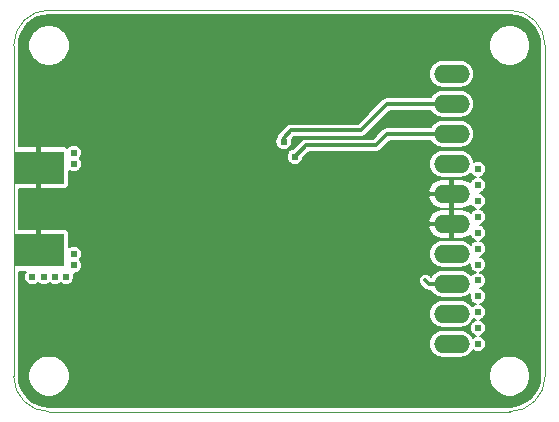
<source format=gbr>
%TF.GenerationSoftware,KiCad,Pcbnew,5.1.10*%
%TF.CreationDate,2021-09-13T14:54:52+02:00*%
%TF.ProjectId,AX5043,41583530-3433-42e6-9b69-6361645f7063,rev?*%
%TF.SameCoordinates,Original*%
%TF.FileFunction,Copper,L2,Bot*%
%TF.FilePolarity,Positive*%
%FSLAX46Y46*%
G04 Gerber Fmt 4.6, Leading zero omitted, Abs format (unit mm)*
G04 Created by KiCad (PCBNEW 5.1.10) date 2021-09-13 14:54:52*
%MOMM*%
%LPD*%
G01*
G04 APERTURE LIST*
%TA.AperFunction,Profile*%
%ADD10C,0.050000*%
%TD*%
%TA.AperFunction,EtchedComponent*%
%ADD11C,0.050000*%
%TD*%
%TA.AperFunction,ComponentPad*%
%ADD12O,3.048000X1.524000*%
%TD*%
%TA.AperFunction,SMDPad,CuDef*%
%ADD13R,4.191000X2.667000*%
%TD*%
%TA.AperFunction,ViaPad*%
%ADD14C,0.606400*%
%TD*%
%TA.AperFunction,Conductor*%
%ADD15C,0.355600*%
%TD*%
%TA.AperFunction,Conductor*%
%ADD16C,0.356000*%
%TD*%
%TA.AperFunction,Conductor*%
%ADD17C,0.177800*%
%TD*%
%TA.AperFunction,Conductor*%
%ADD18C,0.150000*%
%TD*%
G04 APERTURE END LIST*
D10*
X127000000Y-110426500D02*
X127000000Y-119000000D01*
X127000000Y-99250500D02*
X127000000Y-91000000D01*
X172000000Y-119000000D02*
X172000000Y-91000000D01*
X130000000Y-122000000D02*
X169000000Y-122000000D01*
X169000000Y-88000000D02*
X130000000Y-88000000D01*
X169000000Y-88000000D02*
G75*
G02*
X172000000Y-91000000I0J-3000000D01*
G01*
X172000000Y-119000000D02*
G75*
G02*
X169000000Y-122000000I-3000000J0D01*
G01*
X130000000Y-122000000D02*
G75*
G02*
X127000000Y-119000000I0J3000000D01*
G01*
X127000000Y-91000000D02*
G75*
G02*
X130000000Y-88000000I3000000J0D01*
G01*
D11*
X127000000Y-99250500D02*
X127000000Y-110426500D01*
D12*
X164084000Y-116268500D03*
X164084000Y-113728500D03*
X164084000Y-111188500D03*
X164084000Y-108648500D03*
X164084000Y-106108500D03*
X164084000Y-103568500D03*
X164084000Y-101028500D03*
X164084000Y-98488500D03*
X164084000Y-95948500D03*
X164084000Y-93408500D03*
D13*
X129115400Y-101343900D03*
X129115400Y-108333100D03*
D14*
X166307600Y-102821435D03*
X166307600Y-105510845D03*
X166307600Y-108200255D03*
X166307600Y-106855550D03*
X166307600Y-104166140D03*
X166307600Y-101476730D03*
X166307600Y-110889665D03*
X166307600Y-113579075D03*
X166307600Y-116268500D03*
X166307600Y-114923780D03*
X166307600Y-112234370D03*
X166307600Y-109544960D03*
X132081100Y-100096100D03*
X132081100Y-101048600D03*
X132081100Y-108668600D03*
X132081100Y-109621100D03*
X128588600Y-110573600D03*
X129541100Y-110573600D03*
X130493600Y-110573600D03*
X131446100Y-110573600D03*
X151766100Y-104223600D03*
X149861100Y-104223600D03*
X150813600Y-105176100D03*
X149861100Y-106128600D03*
X151766100Y-106128600D03*
X148273600Y-107716100D03*
X147638600Y-108351100D03*
X145098600Y-108986100D03*
X145098600Y-108033600D03*
X145098600Y-107081100D03*
X145098600Y-106128600D03*
X133351100Y-104858600D03*
X134303600Y-104858600D03*
X135256100Y-104858600D03*
X136208600Y-104858600D03*
X137161100Y-104858600D03*
X138113600Y-104858600D03*
X139066100Y-104858600D03*
X140018600Y-104858600D03*
X140971100Y-104858600D03*
X141923600Y-104858600D03*
X142876100Y-104858600D03*
X153353600Y-102636100D03*
X154306100Y-102636100D03*
X155258600Y-102636100D03*
X155893600Y-102001100D03*
X155893600Y-101048600D03*
X150813600Y-99143600D03*
X151448600Y-95968600D03*
X151448600Y-97238600D03*
X150813600Y-96603600D03*
X147638600Y-101366100D03*
X145098600Y-101048600D03*
X145098600Y-103588600D03*
X145098600Y-102318600D03*
X145098600Y-99778600D03*
X142875000Y-97472500D03*
X142876100Y-99060000D03*
X142876100Y-100520500D03*
X142558600Y-101683600D03*
X141606100Y-101683600D03*
X140653600Y-101683600D03*
X140336100Y-99461100D03*
X140336100Y-100413600D03*
X138431100Y-102001100D03*
X139701100Y-102001100D03*
X128588600Y-99143600D03*
X129541100Y-99143600D03*
X130493600Y-99143600D03*
X131446100Y-99143600D03*
X132081100Y-102001100D03*
X132081100Y-102953600D03*
X132081100Y-106763600D03*
X132081100Y-107716100D03*
X142241100Y-108033600D03*
X142241100Y-108986100D03*
X142241100Y-109938600D03*
X142241100Y-110891100D03*
X142241100Y-111843600D03*
X142241100Y-112796100D03*
X140336100Y-108033600D03*
X140336100Y-108986100D03*
X140336100Y-109938600D03*
X140336100Y-110891100D03*
X140336100Y-111843600D03*
X140336100Y-112796100D03*
X142241100Y-113748600D03*
X142241100Y-114701100D03*
X147956100Y-111843600D03*
X148908600Y-111843600D03*
X149861100Y-111843600D03*
X150813600Y-111843600D03*
X151766100Y-111843600D03*
X152718600Y-111843600D03*
X152718600Y-110891100D03*
X151448600Y-108351100D03*
X162180100Y-112478600D03*
X162180100Y-97238600D03*
X160656100Y-97238600D03*
X159703600Y-97238600D03*
X166307600Y-94753205D03*
X166307600Y-97442615D03*
X166307600Y-100132025D03*
X166307600Y-98787320D03*
X166307600Y-96097910D03*
X166307600Y-93408500D03*
X135573600Y-97556100D03*
X135573600Y-98508600D03*
X135573600Y-99461100D03*
X135573600Y-100413600D03*
X135573600Y-101366100D03*
X135573600Y-96603600D03*
X135573600Y-95651100D03*
X135573600Y-108033600D03*
X135573600Y-108986100D03*
X135573600Y-109938600D03*
X135573600Y-110891100D03*
X135573600Y-111843600D03*
X135573600Y-112796100D03*
X140336100Y-97238600D03*
X145098600Y-95968600D03*
X145098600Y-96921100D03*
X148908600Y-96603600D03*
X146686100Y-96603600D03*
X147956100Y-112796100D03*
X147956100Y-113748600D03*
X147956100Y-114701100D03*
X155893600Y-96921100D03*
X155893600Y-95968600D03*
X155893600Y-95016100D03*
X156845000Y-94678500D03*
X162180100Y-94698600D03*
X160656100Y-94698600D03*
X159703600Y-94698600D03*
X158751100Y-94698600D03*
X157798600Y-94698600D03*
X149861100Y-99143600D03*
X150813600Y-100413600D03*
D15*
X149861100Y-99143600D02*
X149861100Y-98826100D01*
X149861100Y-98826100D02*
X150496100Y-98191100D01*
X150496100Y-98191100D02*
X155618400Y-98191100D01*
D16*
X156380400Y-98191100D02*
X155618400Y-98191100D01*
X158623000Y-95948500D02*
X156380400Y-98191100D01*
X164084000Y-95948500D02*
X158623000Y-95948500D01*
D15*
X150813600Y-100413600D02*
X151766100Y-99461100D01*
X151766100Y-99461100D02*
X155722100Y-99461100D01*
D16*
X157650400Y-99461100D02*
X155722100Y-99461100D01*
X158623000Y-98488500D02*
X157650400Y-99461100D01*
X164084000Y-98488500D02*
X158623000Y-98488500D01*
D15*
X161862600Y-110891100D02*
X162180100Y-111208600D01*
X162180100Y-111208600D02*
X164085100Y-111208600D01*
D17*
X169500988Y-88469831D02*
X169982896Y-88615328D01*
X170427360Y-88851654D01*
X170817456Y-89169809D01*
X171138332Y-89557681D01*
X171377754Y-90000483D01*
X171526612Y-90481364D01*
X171581301Y-91001700D01*
X171581300Y-118979519D01*
X171530169Y-119500988D01*
X171384674Y-119982893D01*
X171148349Y-120427357D01*
X170830191Y-120817456D01*
X170442321Y-121138331D01*
X169999517Y-121377754D01*
X169518637Y-121526611D01*
X168998309Y-121581300D01*
X130020481Y-121581300D01*
X129499012Y-121530169D01*
X129017107Y-121384674D01*
X128572643Y-121148349D01*
X128182544Y-120830191D01*
X127861669Y-120442321D01*
X127622246Y-119999517D01*
X127473389Y-119518637D01*
X127418700Y-118998309D01*
X127418700Y-118828261D01*
X128256300Y-118828261D01*
X128256300Y-119171739D01*
X128323309Y-119508619D01*
X128454753Y-119825952D01*
X128645580Y-120111544D01*
X128888456Y-120354420D01*
X129174048Y-120545247D01*
X129491381Y-120676691D01*
X129828261Y-120743700D01*
X130171739Y-120743700D01*
X130508619Y-120676691D01*
X130825952Y-120545247D01*
X131111544Y-120354420D01*
X131354420Y-120111544D01*
X131545247Y-119825952D01*
X131676691Y-119508619D01*
X131743700Y-119171739D01*
X131743700Y-118828261D01*
X167256300Y-118828261D01*
X167256300Y-119171739D01*
X167323309Y-119508619D01*
X167454753Y-119825952D01*
X167645580Y-120111544D01*
X167888456Y-120354420D01*
X168174048Y-120545247D01*
X168491381Y-120676691D01*
X168828261Y-120743700D01*
X169171739Y-120743700D01*
X169508619Y-120676691D01*
X169825952Y-120545247D01*
X170111544Y-120354420D01*
X170354420Y-120111544D01*
X170545247Y-119825952D01*
X170676691Y-119508619D01*
X170743700Y-119171739D01*
X170743700Y-118828261D01*
X170676691Y-118491381D01*
X170545247Y-118174048D01*
X170354420Y-117888456D01*
X170111544Y-117645580D01*
X169825952Y-117454753D01*
X169508619Y-117323309D01*
X169171739Y-117256300D01*
X168828261Y-117256300D01*
X168491381Y-117323309D01*
X168174048Y-117454753D01*
X167888456Y-117645580D01*
X167645580Y-117888456D01*
X167454753Y-118174048D01*
X167323309Y-118491381D01*
X167256300Y-118828261D01*
X131743700Y-118828261D01*
X131676691Y-118491381D01*
X131545247Y-118174048D01*
X131354420Y-117888456D01*
X131111544Y-117645580D01*
X130825952Y-117454753D01*
X130508619Y-117323309D01*
X130171739Y-117256300D01*
X129828261Y-117256300D01*
X129491381Y-117323309D01*
X129174048Y-117454753D01*
X128888456Y-117645580D01*
X128645580Y-117888456D01*
X128454753Y-118174048D01*
X128323309Y-118491381D01*
X128256300Y-118828261D01*
X127418700Y-118828261D01*
X127418700Y-110162979D01*
X128025335Y-110162198D01*
X127971015Y-110243494D01*
X127918481Y-110370322D01*
X127891700Y-110504961D01*
X127891700Y-110642239D01*
X127918481Y-110776878D01*
X127971015Y-110903706D01*
X128047282Y-111017848D01*
X128144352Y-111114918D01*
X128258494Y-111191185D01*
X128385322Y-111243719D01*
X128519961Y-111270500D01*
X128657239Y-111270500D01*
X128791878Y-111243719D01*
X128918706Y-111191185D01*
X129032848Y-111114918D01*
X129064850Y-111082916D01*
X129096852Y-111114918D01*
X129210994Y-111191185D01*
X129337822Y-111243719D01*
X129472461Y-111270500D01*
X129609739Y-111270500D01*
X129744378Y-111243719D01*
X129871206Y-111191185D01*
X129985348Y-111114918D01*
X130017350Y-111082916D01*
X130049352Y-111114918D01*
X130163494Y-111191185D01*
X130290322Y-111243719D01*
X130424961Y-111270500D01*
X130562239Y-111270500D01*
X130696878Y-111243719D01*
X130823706Y-111191185D01*
X130937848Y-111114918D01*
X130969850Y-111082916D01*
X131001852Y-111114918D01*
X131115994Y-111191185D01*
X131242822Y-111243719D01*
X131377461Y-111270500D01*
X131514739Y-111270500D01*
X131649378Y-111243719D01*
X131776206Y-111191185D01*
X131890348Y-111114918D01*
X131987418Y-111017848D01*
X132063685Y-110903706D01*
X132068906Y-110891100D01*
X161288335Y-110891100D01*
X161299369Y-111003133D01*
X161332048Y-111110861D01*
X161385116Y-111210144D01*
X161438638Y-111275360D01*
X161756130Y-111592852D01*
X161774033Y-111614667D01*
X161861055Y-111686084D01*
X161960338Y-111739152D01*
X162068066Y-111771831D01*
X162180100Y-111782865D01*
X162208174Y-111780100D01*
X162327783Y-111780100D01*
X162356422Y-111833679D01*
X162500843Y-112009657D01*
X162676821Y-112154078D01*
X162877593Y-112261393D01*
X163095443Y-112327477D01*
X163265234Y-112344200D01*
X164902766Y-112344200D01*
X165072557Y-112327477D01*
X165290407Y-112261393D01*
X165491179Y-112154078D01*
X165636787Y-112034581D01*
X165610700Y-112165731D01*
X165610700Y-112303009D01*
X165637481Y-112437648D01*
X165690015Y-112564476D01*
X165766282Y-112678618D01*
X165863352Y-112775688D01*
X165977494Y-112851955D01*
X166104322Y-112904489D01*
X166115551Y-112906722D01*
X166104322Y-112908956D01*
X165977494Y-112961490D01*
X165863352Y-113037757D01*
X165813741Y-113087368D01*
X165811578Y-113083321D01*
X165667157Y-112907343D01*
X165491179Y-112762922D01*
X165290407Y-112655607D01*
X165072557Y-112589523D01*
X164902766Y-112572800D01*
X163265234Y-112572800D01*
X163095443Y-112589523D01*
X162877593Y-112655607D01*
X162676821Y-112762922D01*
X162500843Y-112907343D01*
X162356422Y-113083321D01*
X162249107Y-113284093D01*
X162183023Y-113501943D01*
X162160709Y-113728500D01*
X162183023Y-113955057D01*
X162249107Y-114172907D01*
X162356422Y-114373679D01*
X162500843Y-114549657D01*
X162676821Y-114694078D01*
X162877593Y-114801393D01*
X163095443Y-114867477D01*
X163265234Y-114884200D01*
X164902766Y-114884200D01*
X165072557Y-114867477D01*
X165290407Y-114801393D01*
X165491179Y-114694078D01*
X165667157Y-114549657D01*
X165811578Y-114373679D01*
X165918893Y-114172907D01*
X165922778Y-114160100D01*
X165977494Y-114196660D01*
X166104322Y-114249194D01*
X166115551Y-114251428D01*
X166104322Y-114253661D01*
X165977494Y-114306195D01*
X165863352Y-114382462D01*
X165766282Y-114479532D01*
X165690015Y-114593674D01*
X165637481Y-114720502D01*
X165610700Y-114855141D01*
X165610700Y-114992419D01*
X165637481Y-115127058D01*
X165690015Y-115253886D01*
X165766282Y-115368028D01*
X165863352Y-115465098D01*
X165977494Y-115541365D01*
X166104322Y-115593899D01*
X166115588Y-115596140D01*
X166104322Y-115598381D01*
X165977494Y-115650915D01*
X165866108Y-115725340D01*
X165811578Y-115623321D01*
X165667157Y-115447343D01*
X165491179Y-115302922D01*
X165290407Y-115195607D01*
X165072557Y-115129523D01*
X164902766Y-115112800D01*
X163265234Y-115112800D01*
X163095443Y-115129523D01*
X162877593Y-115195607D01*
X162676821Y-115302922D01*
X162500843Y-115447343D01*
X162356422Y-115623321D01*
X162249107Y-115824093D01*
X162183023Y-116041943D01*
X162160709Y-116268500D01*
X162183023Y-116495057D01*
X162249107Y-116712907D01*
X162356422Y-116913679D01*
X162500843Y-117089657D01*
X162676821Y-117234078D01*
X162877593Y-117341393D01*
X163095443Y-117407477D01*
X163265234Y-117424200D01*
X164902766Y-117424200D01*
X165072557Y-117407477D01*
X165290407Y-117341393D01*
X165491179Y-117234078D01*
X165667157Y-117089657D01*
X165811578Y-116913679D01*
X165866108Y-116811660D01*
X165977494Y-116886085D01*
X166104322Y-116938619D01*
X166238961Y-116965400D01*
X166376239Y-116965400D01*
X166510878Y-116938619D01*
X166637706Y-116886085D01*
X166751848Y-116809818D01*
X166848918Y-116712748D01*
X166925185Y-116598606D01*
X166977719Y-116471778D01*
X167004500Y-116337139D01*
X167004500Y-116199861D01*
X166977719Y-116065222D01*
X166925185Y-115938394D01*
X166848918Y-115824252D01*
X166751848Y-115727182D01*
X166637706Y-115650915D01*
X166510878Y-115598381D01*
X166499612Y-115596140D01*
X166510878Y-115593899D01*
X166637706Y-115541365D01*
X166751848Y-115465098D01*
X166848918Y-115368028D01*
X166925185Y-115253886D01*
X166977719Y-115127058D01*
X167004500Y-114992419D01*
X167004500Y-114855141D01*
X166977719Y-114720502D01*
X166925185Y-114593674D01*
X166848918Y-114479532D01*
X166751848Y-114382462D01*
X166637706Y-114306195D01*
X166510878Y-114253661D01*
X166499649Y-114251428D01*
X166510878Y-114249194D01*
X166637706Y-114196660D01*
X166751848Y-114120393D01*
X166848918Y-114023323D01*
X166925185Y-113909181D01*
X166977719Y-113782353D01*
X167004500Y-113647714D01*
X167004500Y-113510436D01*
X166977719Y-113375797D01*
X166925185Y-113248969D01*
X166848918Y-113134827D01*
X166751848Y-113037757D01*
X166637706Y-112961490D01*
X166510878Y-112908956D01*
X166499649Y-112906722D01*
X166510878Y-112904489D01*
X166637706Y-112851955D01*
X166751848Y-112775688D01*
X166848918Y-112678618D01*
X166925185Y-112564476D01*
X166977719Y-112437648D01*
X167004500Y-112303009D01*
X167004500Y-112165731D01*
X166977719Y-112031092D01*
X166925185Y-111904264D01*
X166848918Y-111790122D01*
X166751848Y-111693052D01*
X166637706Y-111616785D01*
X166510878Y-111564251D01*
X166499649Y-111562018D01*
X166510878Y-111559784D01*
X166637706Y-111507250D01*
X166751848Y-111430983D01*
X166848918Y-111333913D01*
X166925185Y-111219771D01*
X166977719Y-111092943D01*
X167004500Y-110958304D01*
X167004500Y-110821026D01*
X166977719Y-110686387D01*
X166925185Y-110559559D01*
X166848918Y-110445417D01*
X166751848Y-110348347D01*
X166637706Y-110272080D01*
X166510878Y-110219546D01*
X166499649Y-110217313D01*
X166510878Y-110215079D01*
X166637706Y-110162545D01*
X166751848Y-110086278D01*
X166848918Y-109989208D01*
X166925185Y-109875066D01*
X166977719Y-109748238D01*
X167004500Y-109613599D01*
X167004500Y-109476321D01*
X166977719Y-109341682D01*
X166925185Y-109214854D01*
X166848918Y-109100712D01*
X166751848Y-109003642D01*
X166637706Y-108927375D01*
X166510878Y-108874841D01*
X166499649Y-108872608D01*
X166510878Y-108870374D01*
X166637706Y-108817840D01*
X166751848Y-108741573D01*
X166848918Y-108644503D01*
X166925185Y-108530361D01*
X166977719Y-108403533D01*
X167004500Y-108268894D01*
X167004500Y-108131616D01*
X166977719Y-107996977D01*
X166925185Y-107870149D01*
X166848918Y-107756007D01*
X166751848Y-107658937D01*
X166637706Y-107582670D01*
X166510878Y-107530136D01*
X166499649Y-107527903D01*
X166510878Y-107525669D01*
X166637706Y-107473135D01*
X166751848Y-107396868D01*
X166848918Y-107299798D01*
X166925185Y-107185656D01*
X166977719Y-107058828D01*
X167004500Y-106924189D01*
X167004500Y-106786911D01*
X166977719Y-106652272D01*
X166925185Y-106525444D01*
X166848918Y-106411302D01*
X166751848Y-106314232D01*
X166637706Y-106237965D01*
X166510878Y-106185431D01*
X166499649Y-106183198D01*
X166510878Y-106180964D01*
X166637706Y-106128430D01*
X166751848Y-106052163D01*
X166848918Y-105955093D01*
X166925185Y-105840951D01*
X166977719Y-105714123D01*
X167004500Y-105579484D01*
X167004500Y-105442206D01*
X166977719Y-105307567D01*
X166925185Y-105180739D01*
X166848918Y-105066597D01*
X166751848Y-104969527D01*
X166637706Y-104893260D01*
X166510878Y-104840726D01*
X166499649Y-104838493D01*
X166510878Y-104836259D01*
X166637706Y-104783725D01*
X166751848Y-104707458D01*
X166848918Y-104610388D01*
X166925185Y-104496246D01*
X166977719Y-104369418D01*
X167004500Y-104234779D01*
X167004500Y-104097501D01*
X166977719Y-103962862D01*
X166925185Y-103836034D01*
X166848918Y-103721892D01*
X166751848Y-103624822D01*
X166637706Y-103548555D01*
X166510878Y-103496021D01*
X166499649Y-103493788D01*
X166510878Y-103491554D01*
X166637706Y-103439020D01*
X166751848Y-103362753D01*
X166848918Y-103265683D01*
X166925185Y-103151541D01*
X166977719Y-103024713D01*
X167004500Y-102890074D01*
X167004500Y-102752796D01*
X166977719Y-102618157D01*
X166925185Y-102491329D01*
X166848918Y-102377187D01*
X166751848Y-102280117D01*
X166637706Y-102203850D01*
X166510878Y-102151316D01*
X166499649Y-102149083D01*
X166510878Y-102146849D01*
X166637706Y-102094315D01*
X166751848Y-102018048D01*
X166848918Y-101920978D01*
X166925185Y-101806836D01*
X166977719Y-101680008D01*
X167004500Y-101545369D01*
X167004500Y-101408091D01*
X166977719Y-101273452D01*
X166925185Y-101146624D01*
X166848918Y-101032482D01*
X166751848Y-100935412D01*
X166637706Y-100859145D01*
X166510878Y-100806611D01*
X166376239Y-100779830D01*
X166238961Y-100779830D01*
X166104322Y-100806611D01*
X165990097Y-100853925D01*
X165984977Y-100801943D01*
X165918893Y-100584093D01*
X165811578Y-100383321D01*
X165667157Y-100207343D01*
X165491179Y-100062922D01*
X165290407Y-99955607D01*
X165072557Y-99889523D01*
X164902766Y-99872800D01*
X163265234Y-99872800D01*
X163095443Y-99889523D01*
X162877593Y-99955607D01*
X162676821Y-100062922D01*
X162500843Y-100207343D01*
X162356422Y-100383321D01*
X162249107Y-100584093D01*
X162183023Y-100801943D01*
X162160709Y-101028500D01*
X162183023Y-101255057D01*
X162249107Y-101472907D01*
X162356422Y-101673679D01*
X162500843Y-101849657D01*
X162676821Y-101994078D01*
X162877593Y-102101393D01*
X163095443Y-102167477D01*
X163265234Y-102184200D01*
X164902766Y-102184200D01*
X165072557Y-102167477D01*
X165290407Y-102101393D01*
X165491179Y-101994078D01*
X165667157Y-101849657D01*
X165695528Y-101815087D01*
X165766282Y-101920978D01*
X165863352Y-102018048D01*
X165977494Y-102094315D01*
X166104322Y-102146849D01*
X166115551Y-102149083D01*
X166104322Y-102151316D01*
X165977494Y-102203850D01*
X165863352Y-102280117D01*
X165766282Y-102377187D01*
X165690015Y-102491329D01*
X165647013Y-102595146D01*
X165638778Y-102587038D01*
X165432071Y-102451233D01*
X165202842Y-102358364D01*
X164959900Y-102312000D01*
X164197900Y-102312000D01*
X164197900Y-103454600D01*
X164217900Y-103454600D01*
X164217900Y-103682400D01*
X164197900Y-103682400D01*
X164197900Y-104825000D01*
X164959900Y-104825000D01*
X165202842Y-104778636D01*
X165432071Y-104685767D01*
X165638778Y-104549962D01*
X165691333Y-104498218D01*
X165766282Y-104610388D01*
X165863352Y-104707458D01*
X165977494Y-104783725D01*
X166104322Y-104836259D01*
X166115551Y-104838493D01*
X166104322Y-104840726D01*
X165977494Y-104893260D01*
X165863352Y-104969527D01*
X165766282Y-105066597D01*
X165691327Y-105178776D01*
X165638778Y-105127038D01*
X165432071Y-104991233D01*
X165202842Y-104898364D01*
X164959900Y-104852000D01*
X164197900Y-104852000D01*
X164197900Y-105994600D01*
X164217900Y-105994600D01*
X164217900Y-106222400D01*
X164197900Y-106222400D01*
X164197900Y-107365000D01*
X164959900Y-107365000D01*
X165202842Y-107318636D01*
X165432071Y-107225767D01*
X165638778Y-107089962D01*
X165647017Y-107081850D01*
X165690015Y-107185656D01*
X165766282Y-107299798D01*
X165863352Y-107396868D01*
X165977494Y-107473135D01*
X166104322Y-107525669D01*
X166115551Y-107527903D01*
X166104322Y-107530136D01*
X165977494Y-107582670D01*
X165863352Y-107658937D01*
X165766282Y-107756007D01*
X165695522Y-107861906D01*
X165667157Y-107827343D01*
X165491179Y-107682922D01*
X165290407Y-107575607D01*
X165072557Y-107509523D01*
X164902766Y-107492800D01*
X163265234Y-107492800D01*
X163095443Y-107509523D01*
X162877593Y-107575607D01*
X162676821Y-107682922D01*
X162500843Y-107827343D01*
X162356422Y-108003321D01*
X162249107Y-108204093D01*
X162183023Y-108421943D01*
X162160709Y-108648500D01*
X162183023Y-108875057D01*
X162249107Y-109092907D01*
X162356422Y-109293679D01*
X162500843Y-109469657D01*
X162676821Y-109614078D01*
X162877593Y-109721393D01*
X163095443Y-109787477D01*
X163265234Y-109804200D01*
X164902766Y-109804200D01*
X165072557Y-109787477D01*
X165290407Y-109721393D01*
X165491179Y-109614078D01*
X165610700Y-109515990D01*
X165610700Y-109613599D01*
X165637481Y-109748238D01*
X165690015Y-109875066D01*
X165766282Y-109989208D01*
X165863352Y-110086278D01*
X165977494Y-110162545D01*
X166104322Y-110215079D01*
X166115551Y-110217313D01*
X166104322Y-110219546D01*
X165977494Y-110272080D01*
X165863352Y-110348347D01*
X165766282Y-110445417D01*
X165750551Y-110468960D01*
X165667157Y-110367343D01*
X165491179Y-110222922D01*
X165290407Y-110115607D01*
X165072557Y-110049523D01*
X164902766Y-110032800D01*
X163265234Y-110032800D01*
X163095443Y-110049523D01*
X162877593Y-110115607D01*
X162676821Y-110222922D01*
X162500843Y-110367343D01*
X162356422Y-110543321D01*
X162344795Y-110565073D01*
X162246860Y-110467138D01*
X162181644Y-110413616D01*
X162082361Y-110360548D01*
X161974633Y-110327869D01*
X161862600Y-110316835D01*
X161750567Y-110327869D01*
X161642839Y-110360548D01*
X161543556Y-110413616D01*
X161456534Y-110485034D01*
X161385116Y-110572056D01*
X161332048Y-110671339D01*
X161299369Y-110779067D01*
X161288335Y-110891100D01*
X132068906Y-110891100D01*
X132116219Y-110776878D01*
X132143000Y-110642239D01*
X132143000Y-110504961D01*
X132116219Y-110370322D01*
X132094546Y-110318000D01*
X132149739Y-110318000D01*
X132284378Y-110291219D01*
X132411206Y-110238685D01*
X132525348Y-110162418D01*
X132622418Y-110065348D01*
X132698685Y-109951206D01*
X132751219Y-109824378D01*
X132778000Y-109689739D01*
X132778000Y-109552461D01*
X132751219Y-109417822D01*
X132698685Y-109290994D01*
X132622418Y-109176852D01*
X132590416Y-109144850D01*
X132622418Y-109112848D01*
X132698685Y-108998706D01*
X132751219Y-108871878D01*
X132778000Y-108737239D01*
X132778000Y-108599961D01*
X132751219Y-108465322D01*
X132698685Y-108338494D01*
X132622418Y-108224352D01*
X132525348Y-108127282D01*
X132411206Y-108051015D01*
X132284378Y-107998481D01*
X132149739Y-107971700D01*
X132012461Y-107971700D01*
X131877822Y-107998481D01*
X131750994Y-108051015D01*
X131705431Y-108081459D01*
X131707793Y-106999600D01*
X131698245Y-106902661D01*
X131669969Y-106809447D01*
X131624051Y-106723541D01*
X131562256Y-106648244D01*
X131486959Y-106586449D01*
X131401053Y-106540531D01*
X131307839Y-106512255D01*
X131210900Y-106502707D01*
X129352925Y-106505100D01*
X129229300Y-106628725D01*
X129229300Y-108219200D01*
X129249300Y-108219200D01*
X129249300Y-108447000D01*
X129229300Y-108447000D01*
X129229300Y-108467000D01*
X129001500Y-108467000D01*
X129001500Y-108447000D01*
X128981500Y-108447000D01*
X128981500Y-108219200D01*
X129001500Y-108219200D01*
X129001500Y-106628725D01*
X128877875Y-106505100D01*
X127418700Y-106503221D01*
X127418700Y-106416748D01*
X162103897Y-106416748D01*
X162117558Y-106484111D01*
X162213979Y-106711869D01*
X162352981Y-106916440D01*
X162529222Y-107089962D01*
X162735929Y-107225767D01*
X162965158Y-107318636D01*
X163208100Y-107365000D01*
X163970100Y-107365000D01*
X163970100Y-106222400D01*
X162194865Y-106222400D01*
X162103897Y-106416748D01*
X127418700Y-106416748D01*
X127418700Y-105800252D01*
X162103897Y-105800252D01*
X162194865Y-105994600D01*
X163970100Y-105994600D01*
X163970100Y-104852000D01*
X163208100Y-104852000D01*
X162965158Y-104898364D01*
X162735929Y-104991233D01*
X162529222Y-105127038D01*
X162352981Y-105300560D01*
X162213979Y-105505131D01*
X162117558Y-105732889D01*
X162103897Y-105800252D01*
X127418700Y-105800252D01*
X127418700Y-103876748D01*
X162103897Y-103876748D01*
X162117558Y-103944111D01*
X162213979Y-104171869D01*
X162352981Y-104376440D01*
X162529222Y-104549962D01*
X162735929Y-104685767D01*
X162965158Y-104778636D01*
X163208100Y-104825000D01*
X163970100Y-104825000D01*
X163970100Y-103682400D01*
X162194865Y-103682400D01*
X162103897Y-103876748D01*
X127418700Y-103876748D01*
X127418700Y-103260252D01*
X162103897Y-103260252D01*
X162194865Y-103454600D01*
X163970100Y-103454600D01*
X163970100Y-102312000D01*
X163208100Y-102312000D01*
X162965158Y-102358364D01*
X162735929Y-102451233D01*
X162529222Y-102587038D01*
X162352981Y-102760560D01*
X162213979Y-102965131D01*
X162117558Y-103192889D01*
X162103897Y-103260252D01*
X127418700Y-103260252D01*
X127418700Y-103173779D01*
X128877875Y-103171900D01*
X129001500Y-103048275D01*
X129001500Y-101457800D01*
X128981500Y-101457800D01*
X128981500Y-101230000D01*
X129001500Y-101230000D01*
X129001500Y-99639525D01*
X129229300Y-99639525D01*
X129229300Y-101230000D01*
X129249300Y-101230000D01*
X129249300Y-101457800D01*
X129229300Y-101457800D01*
X129229300Y-103048275D01*
X129352925Y-103171900D01*
X131210900Y-103174293D01*
X131307839Y-103164745D01*
X131401053Y-103136469D01*
X131486959Y-103090551D01*
X131562256Y-103028756D01*
X131624051Y-102953459D01*
X131669969Y-102867553D01*
X131698245Y-102774339D01*
X131707793Y-102677400D01*
X131705519Y-101635799D01*
X131750994Y-101666185D01*
X131877822Y-101718719D01*
X132012461Y-101745500D01*
X132149739Y-101745500D01*
X132284378Y-101718719D01*
X132411206Y-101666185D01*
X132525348Y-101589918D01*
X132622418Y-101492848D01*
X132698685Y-101378706D01*
X132751219Y-101251878D01*
X132778000Y-101117239D01*
X132778000Y-100979961D01*
X132751219Y-100845322D01*
X132698685Y-100718494D01*
X132622418Y-100604352D01*
X132590416Y-100572350D01*
X132622418Y-100540348D01*
X132698685Y-100426206D01*
X132732337Y-100344961D01*
X150116700Y-100344961D01*
X150116700Y-100482239D01*
X150143481Y-100616878D01*
X150196015Y-100743706D01*
X150272282Y-100857848D01*
X150369352Y-100954918D01*
X150483494Y-101031185D01*
X150610322Y-101083719D01*
X150744961Y-101110500D01*
X150882239Y-101110500D01*
X151016878Y-101083719D01*
X151143706Y-101031185D01*
X151257848Y-100954918D01*
X151354918Y-100857848D01*
X151431185Y-100743706D01*
X151483719Y-100616878D01*
X151499902Y-100535521D01*
X152002823Y-100032600D01*
X155691985Y-100032600D01*
X155694016Y-100032800D01*
X157622319Y-100032800D01*
X157650400Y-100035566D01*
X157678481Y-100032800D01*
X157678484Y-100032800D01*
X157762473Y-100024528D01*
X157870239Y-99991837D01*
X157969556Y-99938751D01*
X158056609Y-99867309D01*
X158074516Y-99845489D01*
X158859806Y-99060200D01*
X162317147Y-99060200D01*
X162356422Y-99133679D01*
X162500843Y-99309657D01*
X162676821Y-99454078D01*
X162877593Y-99561393D01*
X163095443Y-99627477D01*
X163265234Y-99644200D01*
X164902766Y-99644200D01*
X165072557Y-99627477D01*
X165290407Y-99561393D01*
X165491179Y-99454078D01*
X165667157Y-99309657D01*
X165811578Y-99133679D01*
X165918893Y-98932907D01*
X165984977Y-98715057D01*
X166007291Y-98488500D01*
X165984977Y-98261943D01*
X165918893Y-98044093D01*
X165811578Y-97843321D01*
X165667157Y-97667343D01*
X165491179Y-97522922D01*
X165290407Y-97415607D01*
X165072557Y-97349523D01*
X164902766Y-97332800D01*
X163265234Y-97332800D01*
X163095443Y-97349523D01*
X162877593Y-97415607D01*
X162676821Y-97522922D01*
X162500843Y-97667343D01*
X162356422Y-97843321D01*
X162317147Y-97916800D01*
X158651081Y-97916800D01*
X158622999Y-97914034D01*
X158594918Y-97916800D01*
X158594916Y-97916800D01*
X158510927Y-97925072D01*
X158403161Y-97957763D01*
X158303843Y-98010849D01*
X158248637Y-98056156D01*
X158216791Y-98082291D01*
X158198888Y-98104106D01*
X157413595Y-98889400D01*
X155694016Y-98889400D01*
X155691985Y-98889600D01*
X151794171Y-98889600D01*
X151766099Y-98886835D01*
X151738027Y-98889600D01*
X151738026Y-98889600D01*
X151654066Y-98897869D01*
X151546338Y-98930548D01*
X151447055Y-98983616D01*
X151360033Y-99055033D01*
X151342134Y-99076843D01*
X150691679Y-99727298D01*
X150610322Y-99743481D01*
X150483494Y-99796015D01*
X150369352Y-99872282D01*
X150272282Y-99969352D01*
X150196015Y-100083494D01*
X150143481Y-100210322D01*
X150116700Y-100344961D01*
X132732337Y-100344961D01*
X132751219Y-100299378D01*
X132778000Y-100164739D01*
X132778000Y-100027461D01*
X132751219Y-99892822D01*
X132698685Y-99765994D01*
X132622418Y-99651852D01*
X132525348Y-99554782D01*
X132411206Y-99478515D01*
X132284378Y-99425981D01*
X132149739Y-99399200D01*
X132012461Y-99399200D01*
X131877822Y-99425981D01*
X131750994Y-99478515D01*
X131636852Y-99554782D01*
X131545962Y-99645672D01*
X131486959Y-99597249D01*
X131401053Y-99551331D01*
X131307839Y-99523055D01*
X131210900Y-99513507D01*
X129352925Y-99515900D01*
X129229300Y-99639525D01*
X129001500Y-99639525D01*
X128877875Y-99515900D01*
X127418700Y-99514021D01*
X127418700Y-99074961D01*
X149164200Y-99074961D01*
X149164200Y-99212239D01*
X149190981Y-99346878D01*
X149243515Y-99473706D01*
X149319782Y-99587848D01*
X149416852Y-99684918D01*
X149530994Y-99761185D01*
X149657822Y-99813719D01*
X149792461Y-99840500D01*
X149929739Y-99840500D01*
X150064378Y-99813719D01*
X150191206Y-99761185D01*
X150305348Y-99684918D01*
X150402418Y-99587848D01*
X150478685Y-99473706D01*
X150531219Y-99346878D01*
X150558000Y-99212239D01*
X150558000Y-99074961D01*
X150535181Y-98960241D01*
X150732823Y-98762600D01*
X155588285Y-98762600D01*
X155590316Y-98762800D01*
X156352319Y-98762800D01*
X156380400Y-98765566D01*
X156408481Y-98762800D01*
X156408484Y-98762800D01*
X156492473Y-98754528D01*
X156600239Y-98721837D01*
X156699556Y-98668751D01*
X156786609Y-98597309D01*
X156804516Y-98575489D01*
X158859806Y-96520200D01*
X162317147Y-96520200D01*
X162356422Y-96593679D01*
X162500843Y-96769657D01*
X162676821Y-96914078D01*
X162877593Y-97021393D01*
X163095443Y-97087477D01*
X163265234Y-97104200D01*
X164902766Y-97104200D01*
X165072557Y-97087477D01*
X165290407Y-97021393D01*
X165491179Y-96914078D01*
X165667157Y-96769657D01*
X165811578Y-96593679D01*
X165918893Y-96392907D01*
X165984977Y-96175057D01*
X166007291Y-95948500D01*
X165984977Y-95721943D01*
X165918893Y-95504093D01*
X165811578Y-95303321D01*
X165667157Y-95127343D01*
X165491179Y-94982922D01*
X165290407Y-94875607D01*
X165072557Y-94809523D01*
X164902766Y-94792800D01*
X163265234Y-94792800D01*
X163095443Y-94809523D01*
X162877593Y-94875607D01*
X162676821Y-94982922D01*
X162500843Y-95127343D01*
X162356422Y-95303321D01*
X162317147Y-95376800D01*
X158651081Y-95376800D01*
X158622999Y-95374034D01*
X158594917Y-95376800D01*
X158594916Y-95376800D01*
X158510927Y-95385072D01*
X158403161Y-95417763D01*
X158303843Y-95470849D01*
X158248637Y-95516156D01*
X158216791Y-95542291D01*
X158198888Y-95564106D01*
X156143595Y-97619400D01*
X155590316Y-97619400D01*
X155588285Y-97619600D01*
X150524174Y-97619600D01*
X150496100Y-97616835D01*
X150468026Y-97619600D01*
X150384066Y-97627869D01*
X150276338Y-97660548D01*
X150177055Y-97713616D01*
X150090033Y-97785033D01*
X150072134Y-97806843D01*
X149476844Y-98402134D01*
X149455034Y-98420033D01*
X149383617Y-98507055D01*
X149330548Y-98606338D01*
X149297869Y-98714066D01*
X149297869Y-98714067D01*
X149295780Y-98735273D01*
X149243515Y-98813494D01*
X149190981Y-98940322D01*
X149164200Y-99074961D01*
X127418700Y-99074961D01*
X127418700Y-93408500D01*
X162160709Y-93408500D01*
X162183023Y-93635057D01*
X162249107Y-93852907D01*
X162356422Y-94053679D01*
X162500843Y-94229657D01*
X162676821Y-94374078D01*
X162877593Y-94481393D01*
X163095443Y-94547477D01*
X163265234Y-94564200D01*
X164902766Y-94564200D01*
X165072557Y-94547477D01*
X165290407Y-94481393D01*
X165491179Y-94374078D01*
X165667157Y-94229657D01*
X165811578Y-94053679D01*
X165918893Y-93852907D01*
X165984977Y-93635057D01*
X166007291Y-93408500D01*
X165984977Y-93181943D01*
X165918893Y-92964093D01*
X165811578Y-92763321D01*
X165667157Y-92587343D01*
X165491179Y-92442922D01*
X165290407Y-92335607D01*
X165072557Y-92269523D01*
X164902766Y-92252800D01*
X163265234Y-92252800D01*
X163095443Y-92269523D01*
X162877593Y-92335607D01*
X162676821Y-92442922D01*
X162500843Y-92587343D01*
X162356422Y-92763321D01*
X162249107Y-92964093D01*
X162183023Y-93181943D01*
X162160709Y-93408500D01*
X127418700Y-93408500D01*
X127418700Y-91020481D01*
X127437547Y-90828261D01*
X128256300Y-90828261D01*
X128256300Y-91171739D01*
X128323309Y-91508619D01*
X128454753Y-91825952D01*
X128645580Y-92111544D01*
X128888456Y-92354420D01*
X129174048Y-92545247D01*
X129491381Y-92676691D01*
X129828261Y-92743700D01*
X130171739Y-92743700D01*
X130508619Y-92676691D01*
X130825952Y-92545247D01*
X131111544Y-92354420D01*
X131354420Y-92111544D01*
X131545247Y-91825952D01*
X131676691Y-91508619D01*
X131743700Y-91171739D01*
X131743700Y-90828261D01*
X167256300Y-90828261D01*
X167256300Y-91171739D01*
X167323309Y-91508619D01*
X167454753Y-91825952D01*
X167645580Y-92111544D01*
X167888456Y-92354420D01*
X168174048Y-92545247D01*
X168491381Y-92676691D01*
X168828261Y-92743700D01*
X169171739Y-92743700D01*
X169508619Y-92676691D01*
X169825952Y-92545247D01*
X170111544Y-92354420D01*
X170354420Y-92111544D01*
X170545247Y-91825952D01*
X170676691Y-91508619D01*
X170743700Y-91171739D01*
X170743700Y-90828261D01*
X170676691Y-90491381D01*
X170545247Y-90174048D01*
X170354420Y-89888456D01*
X170111544Y-89645580D01*
X169825952Y-89454753D01*
X169508619Y-89323309D01*
X169171739Y-89256300D01*
X168828261Y-89256300D01*
X168491381Y-89323309D01*
X168174048Y-89454753D01*
X167888456Y-89645580D01*
X167645580Y-89888456D01*
X167454753Y-90174048D01*
X167323309Y-90491381D01*
X167256300Y-90828261D01*
X131743700Y-90828261D01*
X131676691Y-90491381D01*
X131545247Y-90174048D01*
X131354420Y-89888456D01*
X131111544Y-89645580D01*
X130825952Y-89454753D01*
X130508619Y-89323309D01*
X130171739Y-89256300D01*
X129828261Y-89256300D01*
X129491381Y-89323309D01*
X129174048Y-89454753D01*
X128888456Y-89645580D01*
X128645580Y-89888456D01*
X128454753Y-90174048D01*
X128323309Y-90491381D01*
X128256300Y-90828261D01*
X127437547Y-90828261D01*
X127469831Y-90499012D01*
X127615328Y-90017104D01*
X127851654Y-89572640D01*
X128169809Y-89182544D01*
X128557681Y-88861668D01*
X129000483Y-88622246D01*
X129481364Y-88473388D01*
X130001691Y-88418700D01*
X168979519Y-88418700D01*
X169500988Y-88469831D01*
%TA.AperFunction,Conductor*%
D18*
G36*
X169500988Y-88469831D02*
G01*
X169982896Y-88615328D01*
X170427360Y-88851654D01*
X170817456Y-89169809D01*
X171138332Y-89557681D01*
X171377754Y-90000483D01*
X171526612Y-90481364D01*
X171581301Y-91001700D01*
X171581300Y-118979519D01*
X171530169Y-119500988D01*
X171384674Y-119982893D01*
X171148349Y-120427357D01*
X170830191Y-120817456D01*
X170442321Y-121138331D01*
X169999517Y-121377754D01*
X169518637Y-121526611D01*
X168998309Y-121581300D01*
X130020481Y-121581300D01*
X129499012Y-121530169D01*
X129017107Y-121384674D01*
X128572643Y-121148349D01*
X128182544Y-120830191D01*
X127861669Y-120442321D01*
X127622246Y-119999517D01*
X127473389Y-119518637D01*
X127418700Y-118998309D01*
X127418700Y-118828261D01*
X128256300Y-118828261D01*
X128256300Y-119171739D01*
X128323309Y-119508619D01*
X128454753Y-119825952D01*
X128645580Y-120111544D01*
X128888456Y-120354420D01*
X129174048Y-120545247D01*
X129491381Y-120676691D01*
X129828261Y-120743700D01*
X130171739Y-120743700D01*
X130508619Y-120676691D01*
X130825952Y-120545247D01*
X131111544Y-120354420D01*
X131354420Y-120111544D01*
X131545247Y-119825952D01*
X131676691Y-119508619D01*
X131743700Y-119171739D01*
X131743700Y-118828261D01*
X167256300Y-118828261D01*
X167256300Y-119171739D01*
X167323309Y-119508619D01*
X167454753Y-119825952D01*
X167645580Y-120111544D01*
X167888456Y-120354420D01*
X168174048Y-120545247D01*
X168491381Y-120676691D01*
X168828261Y-120743700D01*
X169171739Y-120743700D01*
X169508619Y-120676691D01*
X169825952Y-120545247D01*
X170111544Y-120354420D01*
X170354420Y-120111544D01*
X170545247Y-119825952D01*
X170676691Y-119508619D01*
X170743700Y-119171739D01*
X170743700Y-118828261D01*
X170676691Y-118491381D01*
X170545247Y-118174048D01*
X170354420Y-117888456D01*
X170111544Y-117645580D01*
X169825952Y-117454753D01*
X169508619Y-117323309D01*
X169171739Y-117256300D01*
X168828261Y-117256300D01*
X168491381Y-117323309D01*
X168174048Y-117454753D01*
X167888456Y-117645580D01*
X167645580Y-117888456D01*
X167454753Y-118174048D01*
X167323309Y-118491381D01*
X167256300Y-118828261D01*
X131743700Y-118828261D01*
X131676691Y-118491381D01*
X131545247Y-118174048D01*
X131354420Y-117888456D01*
X131111544Y-117645580D01*
X130825952Y-117454753D01*
X130508619Y-117323309D01*
X130171739Y-117256300D01*
X129828261Y-117256300D01*
X129491381Y-117323309D01*
X129174048Y-117454753D01*
X128888456Y-117645580D01*
X128645580Y-117888456D01*
X128454753Y-118174048D01*
X128323309Y-118491381D01*
X128256300Y-118828261D01*
X127418700Y-118828261D01*
X127418700Y-110162979D01*
X128025335Y-110162198D01*
X127971015Y-110243494D01*
X127918481Y-110370322D01*
X127891700Y-110504961D01*
X127891700Y-110642239D01*
X127918481Y-110776878D01*
X127971015Y-110903706D01*
X128047282Y-111017848D01*
X128144352Y-111114918D01*
X128258494Y-111191185D01*
X128385322Y-111243719D01*
X128519961Y-111270500D01*
X128657239Y-111270500D01*
X128791878Y-111243719D01*
X128918706Y-111191185D01*
X129032848Y-111114918D01*
X129064850Y-111082916D01*
X129096852Y-111114918D01*
X129210994Y-111191185D01*
X129337822Y-111243719D01*
X129472461Y-111270500D01*
X129609739Y-111270500D01*
X129744378Y-111243719D01*
X129871206Y-111191185D01*
X129985348Y-111114918D01*
X130017350Y-111082916D01*
X130049352Y-111114918D01*
X130163494Y-111191185D01*
X130290322Y-111243719D01*
X130424961Y-111270500D01*
X130562239Y-111270500D01*
X130696878Y-111243719D01*
X130823706Y-111191185D01*
X130937848Y-111114918D01*
X130969850Y-111082916D01*
X131001852Y-111114918D01*
X131115994Y-111191185D01*
X131242822Y-111243719D01*
X131377461Y-111270500D01*
X131514739Y-111270500D01*
X131649378Y-111243719D01*
X131776206Y-111191185D01*
X131890348Y-111114918D01*
X131987418Y-111017848D01*
X132063685Y-110903706D01*
X132068906Y-110891100D01*
X161288335Y-110891100D01*
X161299369Y-111003133D01*
X161332048Y-111110861D01*
X161385116Y-111210144D01*
X161438638Y-111275360D01*
X161756130Y-111592852D01*
X161774033Y-111614667D01*
X161861055Y-111686084D01*
X161960338Y-111739152D01*
X162068066Y-111771831D01*
X162180100Y-111782865D01*
X162208174Y-111780100D01*
X162327783Y-111780100D01*
X162356422Y-111833679D01*
X162500843Y-112009657D01*
X162676821Y-112154078D01*
X162877593Y-112261393D01*
X163095443Y-112327477D01*
X163265234Y-112344200D01*
X164902766Y-112344200D01*
X165072557Y-112327477D01*
X165290407Y-112261393D01*
X165491179Y-112154078D01*
X165636787Y-112034581D01*
X165610700Y-112165731D01*
X165610700Y-112303009D01*
X165637481Y-112437648D01*
X165690015Y-112564476D01*
X165766282Y-112678618D01*
X165863352Y-112775688D01*
X165977494Y-112851955D01*
X166104322Y-112904489D01*
X166115551Y-112906722D01*
X166104322Y-112908956D01*
X165977494Y-112961490D01*
X165863352Y-113037757D01*
X165813741Y-113087368D01*
X165811578Y-113083321D01*
X165667157Y-112907343D01*
X165491179Y-112762922D01*
X165290407Y-112655607D01*
X165072557Y-112589523D01*
X164902766Y-112572800D01*
X163265234Y-112572800D01*
X163095443Y-112589523D01*
X162877593Y-112655607D01*
X162676821Y-112762922D01*
X162500843Y-112907343D01*
X162356422Y-113083321D01*
X162249107Y-113284093D01*
X162183023Y-113501943D01*
X162160709Y-113728500D01*
X162183023Y-113955057D01*
X162249107Y-114172907D01*
X162356422Y-114373679D01*
X162500843Y-114549657D01*
X162676821Y-114694078D01*
X162877593Y-114801393D01*
X163095443Y-114867477D01*
X163265234Y-114884200D01*
X164902766Y-114884200D01*
X165072557Y-114867477D01*
X165290407Y-114801393D01*
X165491179Y-114694078D01*
X165667157Y-114549657D01*
X165811578Y-114373679D01*
X165918893Y-114172907D01*
X165922778Y-114160100D01*
X165977494Y-114196660D01*
X166104322Y-114249194D01*
X166115551Y-114251428D01*
X166104322Y-114253661D01*
X165977494Y-114306195D01*
X165863352Y-114382462D01*
X165766282Y-114479532D01*
X165690015Y-114593674D01*
X165637481Y-114720502D01*
X165610700Y-114855141D01*
X165610700Y-114992419D01*
X165637481Y-115127058D01*
X165690015Y-115253886D01*
X165766282Y-115368028D01*
X165863352Y-115465098D01*
X165977494Y-115541365D01*
X166104322Y-115593899D01*
X166115588Y-115596140D01*
X166104322Y-115598381D01*
X165977494Y-115650915D01*
X165866108Y-115725340D01*
X165811578Y-115623321D01*
X165667157Y-115447343D01*
X165491179Y-115302922D01*
X165290407Y-115195607D01*
X165072557Y-115129523D01*
X164902766Y-115112800D01*
X163265234Y-115112800D01*
X163095443Y-115129523D01*
X162877593Y-115195607D01*
X162676821Y-115302922D01*
X162500843Y-115447343D01*
X162356422Y-115623321D01*
X162249107Y-115824093D01*
X162183023Y-116041943D01*
X162160709Y-116268500D01*
X162183023Y-116495057D01*
X162249107Y-116712907D01*
X162356422Y-116913679D01*
X162500843Y-117089657D01*
X162676821Y-117234078D01*
X162877593Y-117341393D01*
X163095443Y-117407477D01*
X163265234Y-117424200D01*
X164902766Y-117424200D01*
X165072557Y-117407477D01*
X165290407Y-117341393D01*
X165491179Y-117234078D01*
X165667157Y-117089657D01*
X165811578Y-116913679D01*
X165866108Y-116811660D01*
X165977494Y-116886085D01*
X166104322Y-116938619D01*
X166238961Y-116965400D01*
X166376239Y-116965400D01*
X166510878Y-116938619D01*
X166637706Y-116886085D01*
X166751848Y-116809818D01*
X166848918Y-116712748D01*
X166925185Y-116598606D01*
X166977719Y-116471778D01*
X167004500Y-116337139D01*
X167004500Y-116199861D01*
X166977719Y-116065222D01*
X166925185Y-115938394D01*
X166848918Y-115824252D01*
X166751848Y-115727182D01*
X166637706Y-115650915D01*
X166510878Y-115598381D01*
X166499612Y-115596140D01*
X166510878Y-115593899D01*
X166637706Y-115541365D01*
X166751848Y-115465098D01*
X166848918Y-115368028D01*
X166925185Y-115253886D01*
X166977719Y-115127058D01*
X167004500Y-114992419D01*
X167004500Y-114855141D01*
X166977719Y-114720502D01*
X166925185Y-114593674D01*
X166848918Y-114479532D01*
X166751848Y-114382462D01*
X166637706Y-114306195D01*
X166510878Y-114253661D01*
X166499649Y-114251428D01*
X166510878Y-114249194D01*
X166637706Y-114196660D01*
X166751848Y-114120393D01*
X166848918Y-114023323D01*
X166925185Y-113909181D01*
X166977719Y-113782353D01*
X167004500Y-113647714D01*
X167004500Y-113510436D01*
X166977719Y-113375797D01*
X166925185Y-113248969D01*
X166848918Y-113134827D01*
X166751848Y-113037757D01*
X166637706Y-112961490D01*
X166510878Y-112908956D01*
X166499649Y-112906722D01*
X166510878Y-112904489D01*
X166637706Y-112851955D01*
X166751848Y-112775688D01*
X166848918Y-112678618D01*
X166925185Y-112564476D01*
X166977719Y-112437648D01*
X167004500Y-112303009D01*
X167004500Y-112165731D01*
X166977719Y-112031092D01*
X166925185Y-111904264D01*
X166848918Y-111790122D01*
X166751848Y-111693052D01*
X166637706Y-111616785D01*
X166510878Y-111564251D01*
X166499649Y-111562018D01*
X166510878Y-111559784D01*
X166637706Y-111507250D01*
X166751848Y-111430983D01*
X166848918Y-111333913D01*
X166925185Y-111219771D01*
X166977719Y-111092943D01*
X167004500Y-110958304D01*
X167004500Y-110821026D01*
X166977719Y-110686387D01*
X166925185Y-110559559D01*
X166848918Y-110445417D01*
X166751848Y-110348347D01*
X166637706Y-110272080D01*
X166510878Y-110219546D01*
X166499649Y-110217313D01*
X166510878Y-110215079D01*
X166637706Y-110162545D01*
X166751848Y-110086278D01*
X166848918Y-109989208D01*
X166925185Y-109875066D01*
X166977719Y-109748238D01*
X167004500Y-109613599D01*
X167004500Y-109476321D01*
X166977719Y-109341682D01*
X166925185Y-109214854D01*
X166848918Y-109100712D01*
X166751848Y-109003642D01*
X166637706Y-108927375D01*
X166510878Y-108874841D01*
X166499649Y-108872608D01*
X166510878Y-108870374D01*
X166637706Y-108817840D01*
X166751848Y-108741573D01*
X166848918Y-108644503D01*
X166925185Y-108530361D01*
X166977719Y-108403533D01*
X167004500Y-108268894D01*
X167004500Y-108131616D01*
X166977719Y-107996977D01*
X166925185Y-107870149D01*
X166848918Y-107756007D01*
X166751848Y-107658937D01*
X166637706Y-107582670D01*
X166510878Y-107530136D01*
X166499649Y-107527903D01*
X166510878Y-107525669D01*
X166637706Y-107473135D01*
X166751848Y-107396868D01*
X166848918Y-107299798D01*
X166925185Y-107185656D01*
X166977719Y-107058828D01*
X167004500Y-106924189D01*
X167004500Y-106786911D01*
X166977719Y-106652272D01*
X166925185Y-106525444D01*
X166848918Y-106411302D01*
X166751848Y-106314232D01*
X166637706Y-106237965D01*
X166510878Y-106185431D01*
X166499649Y-106183198D01*
X166510878Y-106180964D01*
X166637706Y-106128430D01*
X166751848Y-106052163D01*
X166848918Y-105955093D01*
X166925185Y-105840951D01*
X166977719Y-105714123D01*
X167004500Y-105579484D01*
X167004500Y-105442206D01*
X166977719Y-105307567D01*
X166925185Y-105180739D01*
X166848918Y-105066597D01*
X166751848Y-104969527D01*
X166637706Y-104893260D01*
X166510878Y-104840726D01*
X166499649Y-104838493D01*
X166510878Y-104836259D01*
X166637706Y-104783725D01*
X166751848Y-104707458D01*
X166848918Y-104610388D01*
X166925185Y-104496246D01*
X166977719Y-104369418D01*
X167004500Y-104234779D01*
X167004500Y-104097501D01*
X166977719Y-103962862D01*
X166925185Y-103836034D01*
X166848918Y-103721892D01*
X166751848Y-103624822D01*
X166637706Y-103548555D01*
X166510878Y-103496021D01*
X166499649Y-103493788D01*
X166510878Y-103491554D01*
X166637706Y-103439020D01*
X166751848Y-103362753D01*
X166848918Y-103265683D01*
X166925185Y-103151541D01*
X166977719Y-103024713D01*
X167004500Y-102890074D01*
X167004500Y-102752796D01*
X166977719Y-102618157D01*
X166925185Y-102491329D01*
X166848918Y-102377187D01*
X166751848Y-102280117D01*
X166637706Y-102203850D01*
X166510878Y-102151316D01*
X166499649Y-102149083D01*
X166510878Y-102146849D01*
X166637706Y-102094315D01*
X166751848Y-102018048D01*
X166848918Y-101920978D01*
X166925185Y-101806836D01*
X166977719Y-101680008D01*
X167004500Y-101545369D01*
X167004500Y-101408091D01*
X166977719Y-101273452D01*
X166925185Y-101146624D01*
X166848918Y-101032482D01*
X166751848Y-100935412D01*
X166637706Y-100859145D01*
X166510878Y-100806611D01*
X166376239Y-100779830D01*
X166238961Y-100779830D01*
X166104322Y-100806611D01*
X165990097Y-100853925D01*
X165984977Y-100801943D01*
X165918893Y-100584093D01*
X165811578Y-100383321D01*
X165667157Y-100207343D01*
X165491179Y-100062922D01*
X165290407Y-99955607D01*
X165072557Y-99889523D01*
X164902766Y-99872800D01*
X163265234Y-99872800D01*
X163095443Y-99889523D01*
X162877593Y-99955607D01*
X162676821Y-100062922D01*
X162500843Y-100207343D01*
X162356422Y-100383321D01*
X162249107Y-100584093D01*
X162183023Y-100801943D01*
X162160709Y-101028500D01*
X162183023Y-101255057D01*
X162249107Y-101472907D01*
X162356422Y-101673679D01*
X162500843Y-101849657D01*
X162676821Y-101994078D01*
X162877593Y-102101393D01*
X163095443Y-102167477D01*
X163265234Y-102184200D01*
X164902766Y-102184200D01*
X165072557Y-102167477D01*
X165290407Y-102101393D01*
X165491179Y-101994078D01*
X165667157Y-101849657D01*
X165695528Y-101815087D01*
X165766282Y-101920978D01*
X165863352Y-102018048D01*
X165977494Y-102094315D01*
X166104322Y-102146849D01*
X166115551Y-102149083D01*
X166104322Y-102151316D01*
X165977494Y-102203850D01*
X165863352Y-102280117D01*
X165766282Y-102377187D01*
X165690015Y-102491329D01*
X165647013Y-102595146D01*
X165638778Y-102587038D01*
X165432071Y-102451233D01*
X165202842Y-102358364D01*
X164959900Y-102312000D01*
X164197900Y-102312000D01*
X164197900Y-103454600D01*
X164217900Y-103454600D01*
X164217900Y-103682400D01*
X164197900Y-103682400D01*
X164197900Y-104825000D01*
X164959900Y-104825000D01*
X165202842Y-104778636D01*
X165432071Y-104685767D01*
X165638778Y-104549962D01*
X165691333Y-104498218D01*
X165766282Y-104610388D01*
X165863352Y-104707458D01*
X165977494Y-104783725D01*
X166104322Y-104836259D01*
X166115551Y-104838493D01*
X166104322Y-104840726D01*
X165977494Y-104893260D01*
X165863352Y-104969527D01*
X165766282Y-105066597D01*
X165691327Y-105178776D01*
X165638778Y-105127038D01*
X165432071Y-104991233D01*
X165202842Y-104898364D01*
X164959900Y-104852000D01*
X164197900Y-104852000D01*
X164197900Y-105994600D01*
X164217900Y-105994600D01*
X164217900Y-106222400D01*
X164197900Y-106222400D01*
X164197900Y-107365000D01*
X164959900Y-107365000D01*
X165202842Y-107318636D01*
X165432071Y-107225767D01*
X165638778Y-107089962D01*
X165647017Y-107081850D01*
X165690015Y-107185656D01*
X165766282Y-107299798D01*
X165863352Y-107396868D01*
X165977494Y-107473135D01*
X166104322Y-107525669D01*
X166115551Y-107527903D01*
X166104322Y-107530136D01*
X165977494Y-107582670D01*
X165863352Y-107658937D01*
X165766282Y-107756007D01*
X165695522Y-107861906D01*
X165667157Y-107827343D01*
X165491179Y-107682922D01*
X165290407Y-107575607D01*
X165072557Y-107509523D01*
X164902766Y-107492800D01*
X163265234Y-107492800D01*
X163095443Y-107509523D01*
X162877593Y-107575607D01*
X162676821Y-107682922D01*
X162500843Y-107827343D01*
X162356422Y-108003321D01*
X162249107Y-108204093D01*
X162183023Y-108421943D01*
X162160709Y-108648500D01*
X162183023Y-108875057D01*
X162249107Y-109092907D01*
X162356422Y-109293679D01*
X162500843Y-109469657D01*
X162676821Y-109614078D01*
X162877593Y-109721393D01*
X163095443Y-109787477D01*
X163265234Y-109804200D01*
X164902766Y-109804200D01*
X165072557Y-109787477D01*
X165290407Y-109721393D01*
X165491179Y-109614078D01*
X165610700Y-109515990D01*
X165610700Y-109613599D01*
X165637481Y-109748238D01*
X165690015Y-109875066D01*
X165766282Y-109989208D01*
X165863352Y-110086278D01*
X165977494Y-110162545D01*
X166104322Y-110215079D01*
X166115551Y-110217313D01*
X166104322Y-110219546D01*
X165977494Y-110272080D01*
X165863352Y-110348347D01*
X165766282Y-110445417D01*
X165750551Y-110468960D01*
X165667157Y-110367343D01*
X165491179Y-110222922D01*
X165290407Y-110115607D01*
X165072557Y-110049523D01*
X164902766Y-110032800D01*
X163265234Y-110032800D01*
X163095443Y-110049523D01*
X162877593Y-110115607D01*
X162676821Y-110222922D01*
X162500843Y-110367343D01*
X162356422Y-110543321D01*
X162344795Y-110565073D01*
X162246860Y-110467138D01*
X162181644Y-110413616D01*
X162082361Y-110360548D01*
X161974633Y-110327869D01*
X161862600Y-110316835D01*
X161750567Y-110327869D01*
X161642839Y-110360548D01*
X161543556Y-110413616D01*
X161456534Y-110485034D01*
X161385116Y-110572056D01*
X161332048Y-110671339D01*
X161299369Y-110779067D01*
X161288335Y-110891100D01*
X132068906Y-110891100D01*
X132116219Y-110776878D01*
X132143000Y-110642239D01*
X132143000Y-110504961D01*
X132116219Y-110370322D01*
X132094546Y-110318000D01*
X132149739Y-110318000D01*
X132284378Y-110291219D01*
X132411206Y-110238685D01*
X132525348Y-110162418D01*
X132622418Y-110065348D01*
X132698685Y-109951206D01*
X132751219Y-109824378D01*
X132778000Y-109689739D01*
X132778000Y-109552461D01*
X132751219Y-109417822D01*
X132698685Y-109290994D01*
X132622418Y-109176852D01*
X132590416Y-109144850D01*
X132622418Y-109112848D01*
X132698685Y-108998706D01*
X132751219Y-108871878D01*
X132778000Y-108737239D01*
X132778000Y-108599961D01*
X132751219Y-108465322D01*
X132698685Y-108338494D01*
X132622418Y-108224352D01*
X132525348Y-108127282D01*
X132411206Y-108051015D01*
X132284378Y-107998481D01*
X132149739Y-107971700D01*
X132012461Y-107971700D01*
X131877822Y-107998481D01*
X131750994Y-108051015D01*
X131705431Y-108081459D01*
X131707793Y-106999600D01*
X131698245Y-106902661D01*
X131669969Y-106809447D01*
X131624051Y-106723541D01*
X131562256Y-106648244D01*
X131486959Y-106586449D01*
X131401053Y-106540531D01*
X131307839Y-106512255D01*
X131210900Y-106502707D01*
X129352925Y-106505100D01*
X129229300Y-106628725D01*
X129229300Y-108219200D01*
X129249300Y-108219200D01*
X129249300Y-108447000D01*
X129229300Y-108447000D01*
X129229300Y-108467000D01*
X129001500Y-108467000D01*
X129001500Y-108447000D01*
X128981500Y-108447000D01*
X128981500Y-108219200D01*
X129001500Y-108219200D01*
X129001500Y-106628725D01*
X128877875Y-106505100D01*
X127418700Y-106503221D01*
X127418700Y-106416748D01*
X162103897Y-106416748D01*
X162117558Y-106484111D01*
X162213979Y-106711869D01*
X162352981Y-106916440D01*
X162529222Y-107089962D01*
X162735929Y-107225767D01*
X162965158Y-107318636D01*
X163208100Y-107365000D01*
X163970100Y-107365000D01*
X163970100Y-106222400D01*
X162194865Y-106222400D01*
X162103897Y-106416748D01*
X127418700Y-106416748D01*
X127418700Y-105800252D01*
X162103897Y-105800252D01*
X162194865Y-105994600D01*
X163970100Y-105994600D01*
X163970100Y-104852000D01*
X163208100Y-104852000D01*
X162965158Y-104898364D01*
X162735929Y-104991233D01*
X162529222Y-105127038D01*
X162352981Y-105300560D01*
X162213979Y-105505131D01*
X162117558Y-105732889D01*
X162103897Y-105800252D01*
X127418700Y-105800252D01*
X127418700Y-103876748D01*
X162103897Y-103876748D01*
X162117558Y-103944111D01*
X162213979Y-104171869D01*
X162352981Y-104376440D01*
X162529222Y-104549962D01*
X162735929Y-104685767D01*
X162965158Y-104778636D01*
X163208100Y-104825000D01*
X163970100Y-104825000D01*
X163970100Y-103682400D01*
X162194865Y-103682400D01*
X162103897Y-103876748D01*
X127418700Y-103876748D01*
X127418700Y-103260252D01*
X162103897Y-103260252D01*
X162194865Y-103454600D01*
X163970100Y-103454600D01*
X163970100Y-102312000D01*
X163208100Y-102312000D01*
X162965158Y-102358364D01*
X162735929Y-102451233D01*
X162529222Y-102587038D01*
X162352981Y-102760560D01*
X162213979Y-102965131D01*
X162117558Y-103192889D01*
X162103897Y-103260252D01*
X127418700Y-103260252D01*
X127418700Y-103173779D01*
X128877875Y-103171900D01*
X129001500Y-103048275D01*
X129001500Y-101457800D01*
X128981500Y-101457800D01*
X128981500Y-101230000D01*
X129001500Y-101230000D01*
X129001500Y-99639525D01*
X129229300Y-99639525D01*
X129229300Y-101230000D01*
X129249300Y-101230000D01*
X129249300Y-101457800D01*
X129229300Y-101457800D01*
X129229300Y-103048275D01*
X129352925Y-103171900D01*
X131210900Y-103174293D01*
X131307839Y-103164745D01*
X131401053Y-103136469D01*
X131486959Y-103090551D01*
X131562256Y-103028756D01*
X131624051Y-102953459D01*
X131669969Y-102867553D01*
X131698245Y-102774339D01*
X131707793Y-102677400D01*
X131705519Y-101635799D01*
X131750994Y-101666185D01*
X131877822Y-101718719D01*
X132012461Y-101745500D01*
X132149739Y-101745500D01*
X132284378Y-101718719D01*
X132411206Y-101666185D01*
X132525348Y-101589918D01*
X132622418Y-101492848D01*
X132698685Y-101378706D01*
X132751219Y-101251878D01*
X132778000Y-101117239D01*
X132778000Y-100979961D01*
X132751219Y-100845322D01*
X132698685Y-100718494D01*
X132622418Y-100604352D01*
X132590416Y-100572350D01*
X132622418Y-100540348D01*
X132698685Y-100426206D01*
X132732337Y-100344961D01*
X150116700Y-100344961D01*
X150116700Y-100482239D01*
X150143481Y-100616878D01*
X150196015Y-100743706D01*
X150272282Y-100857848D01*
X150369352Y-100954918D01*
X150483494Y-101031185D01*
X150610322Y-101083719D01*
X150744961Y-101110500D01*
X150882239Y-101110500D01*
X151016878Y-101083719D01*
X151143706Y-101031185D01*
X151257848Y-100954918D01*
X151354918Y-100857848D01*
X151431185Y-100743706D01*
X151483719Y-100616878D01*
X151499902Y-100535521D01*
X152002823Y-100032600D01*
X155691985Y-100032600D01*
X155694016Y-100032800D01*
X157622319Y-100032800D01*
X157650400Y-100035566D01*
X157678481Y-100032800D01*
X157678484Y-100032800D01*
X157762473Y-100024528D01*
X157870239Y-99991837D01*
X157969556Y-99938751D01*
X158056609Y-99867309D01*
X158074516Y-99845489D01*
X158859806Y-99060200D01*
X162317147Y-99060200D01*
X162356422Y-99133679D01*
X162500843Y-99309657D01*
X162676821Y-99454078D01*
X162877593Y-99561393D01*
X163095443Y-99627477D01*
X163265234Y-99644200D01*
X164902766Y-99644200D01*
X165072557Y-99627477D01*
X165290407Y-99561393D01*
X165491179Y-99454078D01*
X165667157Y-99309657D01*
X165811578Y-99133679D01*
X165918893Y-98932907D01*
X165984977Y-98715057D01*
X166007291Y-98488500D01*
X165984977Y-98261943D01*
X165918893Y-98044093D01*
X165811578Y-97843321D01*
X165667157Y-97667343D01*
X165491179Y-97522922D01*
X165290407Y-97415607D01*
X165072557Y-97349523D01*
X164902766Y-97332800D01*
X163265234Y-97332800D01*
X163095443Y-97349523D01*
X162877593Y-97415607D01*
X162676821Y-97522922D01*
X162500843Y-97667343D01*
X162356422Y-97843321D01*
X162317147Y-97916800D01*
X158651081Y-97916800D01*
X158622999Y-97914034D01*
X158594918Y-97916800D01*
X158594916Y-97916800D01*
X158510927Y-97925072D01*
X158403161Y-97957763D01*
X158303843Y-98010849D01*
X158248637Y-98056156D01*
X158216791Y-98082291D01*
X158198888Y-98104106D01*
X157413595Y-98889400D01*
X155694016Y-98889400D01*
X155691985Y-98889600D01*
X151794171Y-98889600D01*
X151766099Y-98886835D01*
X151738027Y-98889600D01*
X151738026Y-98889600D01*
X151654066Y-98897869D01*
X151546338Y-98930548D01*
X151447055Y-98983616D01*
X151360033Y-99055033D01*
X151342134Y-99076843D01*
X150691679Y-99727298D01*
X150610322Y-99743481D01*
X150483494Y-99796015D01*
X150369352Y-99872282D01*
X150272282Y-99969352D01*
X150196015Y-100083494D01*
X150143481Y-100210322D01*
X150116700Y-100344961D01*
X132732337Y-100344961D01*
X132751219Y-100299378D01*
X132778000Y-100164739D01*
X132778000Y-100027461D01*
X132751219Y-99892822D01*
X132698685Y-99765994D01*
X132622418Y-99651852D01*
X132525348Y-99554782D01*
X132411206Y-99478515D01*
X132284378Y-99425981D01*
X132149739Y-99399200D01*
X132012461Y-99399200D01*
X131877822Y-99425981D01*
X131750994Y-99478515D01*
X131636852Y-99554782D01*
X131545962Y-99645672D01*
X131486959Y-99597249D01*
X131401053Y-99551331D01*
X131307839Y-99523055D01*
X131210900Y-99513507D01*
X129352925Y-99515900D01*
X129229300Y-99639525D01*
X129001500Y-99639525D01*
X128877875Y-99515900D01*
X127418700Y-99514021D01*
X127418700Y-99074961D01*
X149164200Y-99074961D01*
X149164200Y-99212239D01*
X149190981Y-99346878D01*
X149243515Y-99473706D01*
X149319782Y-99587848D01*
X149416852Y-99684918D01*
X149530994Y-99761185D01*
X149657822Y-99813719D01*
X149792461Y-99840500D01*
X149929739Y-99840500D01*
X150064378Y-99813719D01*
X150191206Y-99761185D01*
X150305348Y-99684918D01*
X150402418Y-99587848D01*
X150478685Y-99473706D01*
X150531219Y-99346878D01*
X150558000Y-99212239D01*
X150558000Y-99074961D01*
X150535181Y-98960241D01*
X150732823Y-98762600D01*
X155588285Y-98762600D01*
X155590316Y-98762800D01*
X156352319Y-98762800D01*
X156380400Y-98765566D01*
X156408481Y-98762800D01*
X156408484Y-98762800D01*
X156492473Y-98754528D01*
X156600239Y-98721837D01*
X156699556Y-98668751D01*
X156786609Y-98597309D01*
X156804516Y-98575489D01*
X158859806Y-96520200D01*
X162317147Y-96520200D01*
X162356422Y-96593679D01*
X162500843Y-96769657D01*
X162676821Y-96914078D01*
X162877593Y-97021393D01*
X163095443Y-97087477D01*
X163265234Y-97104200D01*
X164902766Y-97104200D01*
X165072557Y-97087477D01*
X165290407Y-97021393D01*
X165491179Y-96914078D01*
X165667157Y-96769657D01*
X165811578Y-96593679D01*
X165918893Y-96392907D01*
X165984977Y-96175057D01*
X166007291Y-95948500D01*
X165984977Y-95721943D01*
X165918893Y-95504093D01*
X165811578Y-95303321D01*
X165667157Y-95127343D01*
X165491179Y-94982922D01*
X165290407Y-94875607D01*
X165072557Y-94809523D01*
X164902766Y-94792800D01*
X163265234Y-94792800D01*
X163095443Y-94809523D01*
X162877593Y-94875607D01*
X162676821Y-94982922D01*
X162500843Y-95127343D01*
X162356422Y-95303321D01*
X162317147Y-95376800D01*
X158651081Y-95376800D01*
X158622999Y-95374034D01*
X158594917Y-95376800D01*
X158594916Y-95376800D01*
X158510927Y-95385072D01*
X158403161Y-95417763D01*
X158303843Y-95470849D01*
X158248637Y-95516156D01*
X158216791Y-95542291D01*
X158198888Y-95564106D01*
X156143595Y-97619400D01*
X155590316Y-97619400D01*
X155588285Y-97619600D01*
X150524174Y-97619600D01*
X150496100Y-97616835D01*
X150468026Y-97619600D01*
X150384066Y-97627869D01*
X150276338Y-97660548D01*
X150177055Y-97713616D01*
X150090033Y-97785033D01*
X150072134Y-97806843D01*
X149476844Y-98402134D01*
X149455034Y-98420033D01*
X149383617Y-98507055D01*
X149330548Y-98606338D01*
X149297869Y-98714066D01*
X149297869Y-98714067D01*
X149295780Y-98735273D01*
X149243515Y-98813494D01*
X149190981Y-98940322D01*
X149164200Y-99074961D01*
X127418700Y-99074961D01*
X127418700Y-93408500D01*
X162160709Y-93408500D01*
X162183023Y-93635057D01*
X162249107Y-93852907D01*
X162356422Y-94053679D01*
X162500843Y-94229657D01*
X162676821Y-94374078D01*
X162877593Y-94481393D01*
X163095443Y-94547477D01*
X163265234Y-94564200D01*
X164902766Y-94564200D01*
X165072557Y-94547477D01*
X165290407Y-94481393D01*
X165491179Y-94374078D01*
X165667157Y-94229657D01*
X165811578Y-94053679D01*
X165918893Y-93852907D01*
X165984977Y-93635057D01*
X166007291Y-93408500D01*
X165984977Y-93181943D01*
X165918893Y-92964093D01*
X165811578Y-92763321D01*
X165667157Y-92587343D01*
X165491179Y-92442922D01*
X165290407Y-92335607D01*
X165072557Y-92269523D01*
X164902766Y-92252800D01*
X163265234Y-92252800D01*
X163095443Y-92269523D01*
X162877593Y-92335607D01*
X162676821Y-92442922D01*
X162500843Y-92587343D01*
X162356422Y-92763321D01*
X162249107Y-92964093D01*
X162183023Y-93181943D01*
X162160709Y-93408500D01*
X127418700Y-93408500D01*
X127418700Y-91020481D01*
X127437547Y-90828261D01*
X128256300Y-90828261D01*
X128256300Y-91171739D01*
X128323309Y-91508619D01*
X128454753Y-91825952D01*
X128645580Y-92111544D01*
X128888456Y-92354420D01*
X129174048Y-92545247D01*
X129491381Y-92676691D01*
X129828261Y-92743700D01*
X130171739Y-92743700D01*
X130508619Y-92676691D01*
X130825952Y-92545247D01*
X131111544Y-92354420D01*
X131354420Y-92111544D01*
X131545247Y-91825952D01*
X131676691Y-91508619D01*
X131743700Y-91171739D01*
X131743700Y-90828261D01*
X167256300Y-90828261D01*
X167256300Y-91171739D01*
X167323309Y-91508619D01*
X167454753Y-91825952D01*
X167645580Y-92111544D01*
X167888456Y-92354420D01*
X168174048Y-92545247D01*
X168491381Y-92676691D01*
X168828261Y-92743700D01*
X169171739Y-92743700D01*
X169508619Y-92676691D01*
X169825952Y-92545247D01*
X170111544Y-92354420D01*
X170354420Y-92111544D01*
X170545247Y-91825952D01*
X170676691Y-91508619D01*
X170743700Y-91171739D01*
X170743700Y-90828261D01*
X170676691Y-90491381D01*
X170545247Y-90174048D01*
X170354420Y-89888456D01*
X170111544Y-89645580D01*
X169825952Y-89454753D01*
X169508619Y-89323309D01*
X169171739Y-89256300D01*
X168828261Y-89256300D01*
X168491381Y-89323309D01*
X168174048Y-89454753D01*
X167888456Y-89645580D01*
X167645580Y-89888456D01*
X167454753Y-90174048D01*
X167323309Y-90491381D01*
X167256300Y-90828261D01*
X131743700Y-90828261D01*
X131676691Y-90491381D01*
X131545247Y-90174048D01*
X131354420Y-89888456D01*
X131111544Y-89645580D01*
X130825952Y-89454753D01*
X130508619Y-89323309D01*
X130171739Y-89256300D01*
X129828261Y-89256300D01*
X129491381Y-89323309D01*
X129174048Y-89454753D01*
X128888456Y-89645580D01*
X128645580Y-89888456D01*
X128454753Y-90174048D01*
X128323309Y-90491381D01*
X128256300Y-90828261D01*
X127437547Y-90828261D01*
X127469831Y-90499012D01*
X127615328Y-90017104D01*
X127851654Y-89572640D01*
X128169809Y-89182544D01*
X128557681Y-88861668D01*
X129000483Y-88622246D01*
X129481364Y-88473388D01*
X130001691Y-88418700D01*
X168979519Y-88418700D01*
X169500988Y-88469831D01*
G37*
%TD.AperFunction*%
M02*

</source>
